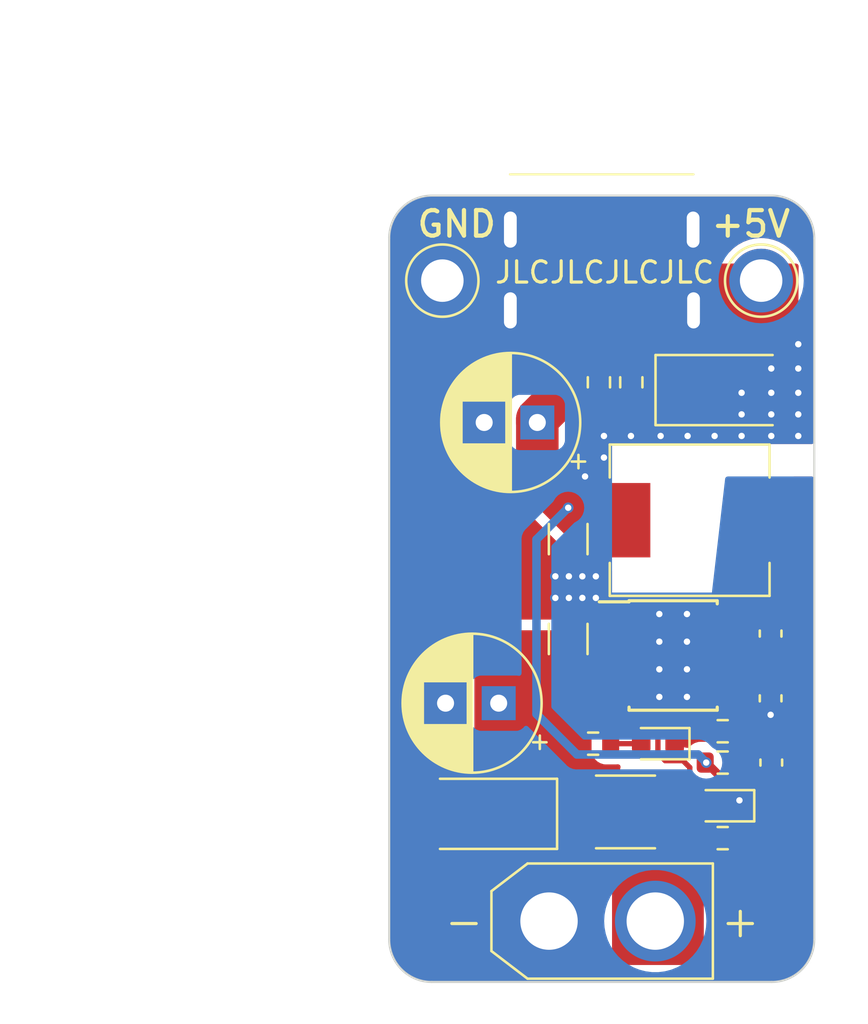
<source format=kicad_pcb>
(kicad_pcb (version 20221018) (generator pcbnew)
  (layers (0 "F.Cu" signal) (31 "B.Cu" signal) (34 "B.Paste" user) (35 "F.Paste" user) (36 "B.SilkS" user "B.Silkscreen") (37 "F.SilkS" user "F.Silkscreen") (38 "B.Mask" user) (39 "F.Mask" user) (44 "Edge.Cuts" user))
  (net 0 "")
  (net 1 "+5V")
  (net 2 "Net-(U1-FB)")
  (net 3 "Net-(U1-BOOT)")
  (net 4 "Net-(U1-SW)")
  (net 5 "Net-(U1-VCC)")
  (net 6 "GND")
  (net 7 "+24V")
  (net 8 "/PG")
  (net 9 "Net-(J1-Pin_2)")
  (net 10 "Net-(J2-CC1)")
  (net 11 "Net-(J2-CC2)")
  (net 12 "Net-(D4-A)")
  (footprint "Resistor_SMD:R_0603_1608Metric" (layer "F.Cu") (at 69.868 64.7845 -90)
    (fp_text reference "R5" hide)
    (fp_text value "10k")
    (pad "1" smd roundrect (at -0.825 0 270) (size 0.8 0.95) (layers "F.Cu" "F.Paste" "F.Mask") (net 11 "Net-(J2-CC2)"))
    (pad "2" smd roundrect (at 0.825 0 270) (size 0.8 0.95) (layers "F.Cu" "F.Paste" "F.Mask") (net 1 "+5V"))
  )
  (footprint "Connector_AMASS:AMASS_XT30U-M_1x02_P5.0mm_Vertical" (layer "F.Cu") (at 67.519738 90.13631)
    (fp_text reference "J1" hide)
    (fp_text value "Conn_01x02")
    (fp_text user "-" (at -4 0) (layer "F.SilkS") (effects (font (size 1.5 1.5))))
    (fp_text user "+" (at 9 0) (layer "F.SilkS") (effects (font (size 1.5 1.5))))
    (pad "1" thru_hole rect (at 0 0) (size 3.8 3.8) (drill 2.7) (layers "*.Cu" "*.Mask") (net 6 "GND"))
    (pad "2" thru_hole circle (at 5 0) (size 3.8 3.8) (drill 2.7) (layers "*.Cu" "*.Mask") (net 9 "Net-(J1-Pin_2)"))
  )
  (footprint "Capacitor_THT:CP_Radial_D6.3mm_P2.50mm" (layer "F.Cu") (at 65.151 79.883 180)
    (fp_text reference "C4" hide)
    (fp_text value "100uF 35V")
    (pad "1" thru_hole rect (at 0 0 180) (size 1.6 1.6) (drill 0.8) (layers "*.Cu" "*.Mask") (net 7 "+24V"))
    (pad "2" thru_hole circle (at 2.5 0 180) (size 1.6 1.6) (drill 0.8) (layers "*.Cu" "*.Mask") (net 6 "GND"))
  )
  (footprint "Capacitor_SMD:C_1206_3216Metric" (layer "F.Cu") (at 68.42206 76.861217 90)
    (fp_text reference "C6" hide)
    (fp_text value "22uF")
    (pad "1" smd roundrect (at -1.475 0 90) (size 1.15 1.8) (layers "F.Cu" "F.Paste" "F.Mask") (roundrect_rratio 0.217391) (net 7 "+24V"))
    (pad "2" smd roundrect (at 1.475 0 90) (size 1.15 1.8) (layers "F.Cu" "F.Paste" "F.Mask") (roundrect_rratio 0.217391) (net 6 "GND"))
  )
  (footprint "Diode_SMD:D_SMA" (layer "F.Cu") (at 76.041 65.151)
    (fp_text reference "D3" hide)
    (fp_text value "SMAJ5.0A")
    (pad "1" smd roundrect (at -2 0) (size 2.5 1.8) (layers "F.Cu" "F.Paste" "F.Mask") (roundrect_rratio 0.1388888889) (net 1 "+5V"))
    (pad "2" smd roundrect (at 2 0) (size 2.5 1.8) (layers "F.Cu" "F.Paste" "F.Mask") (roundrect_rratio 0.1388888889) (net 6 "GND"))
  )
  (footprint "Fuse:Fuse_1812_4532Metric" (layer "F.Cu") (at 71.12 85)
    (fp_text reference "F1" hide)
    (fp_text value "Fuse 1.5A")
    (pad "1" smd roundrect (at -2.1375 0) (size 1.125 3.4) (layers "F.Cu" "F.Paste" "F.Mask") (roundrect_rratio 0.222222) (net 7 "+24V"))
    (pad "2" smd roundrect (at 2.1375 0) (size 1.125 3.4) (layers "F.Cu" "F.Paste" "F.Mask") (roundrect_rratio 0.222222) (net 9 "Net-(J1-Pin_2)"))
  )
  (footprint "Resistor_SMD:R_0603_1608Metric" (layer "F.Cu") (at 75.692 81.203276 180)
    (fp_text reference "R2" hide)
    (fp_text value "24.9k")
    (pad "1" smd roundrect (at -0.825 0 180) (size 0.8 0.95) (layers "F.Cu" "F.Paste" "F.Mask") (net 2 "Net-(U1-FB)"))
    (pad "2" smd roundrect (at 0.825 0 180) (size 0.8 0.95) (layers "F.Cu" "F.Paste" "F.Mask") (net 6 "GND"))
  )
  (footprint "Capacitor_SMD:C_0603_1608Metric" (layer "F.Cu") (at 77.94706 76.607217 90)
    (fp_text reference "C2" hide)
    (fp_text value "100nF")
    (pad "1" smd roundrect (at -0.775 0 90) (size 0.9 0.95) (layers "F.Cu" "F.Paste" "F.Mask") (net 3 "Net-(U1-BOOT)"))
    (pad "2" smd roundrect (at 0.775 0 90) (size 0.9 0.95) (layers "F.Cu" "F.Paste" "F.Mask") (net 4 "Net-(U1-SW)"))
  )
  (footprint "Resistor_SMD:R_0603_1608Metric" (layer "F.Cu") (at 75.692 86.233)
    (fp_text reference "R3" hide)
    (fp_text value "68k")
    (pad "1" smd roundrect (at -0.825 0) (size 0.8 0.95) (layers "F.Cu" "F.Paste" "F.Mask") (net 8 "/PG"))
    (pad "2" smd roundrect (at 0.825 0) (size 0.8 0.95) (layers "F.Cu" "F.Paste" "F.Mask") (net 5 "Net-(U1-VCC)"))
  )
  (footprint "Resistor_SMD:R_0603_1608Metric" (layer "F.Cu") (at 69.596 81.788)
    (fp_text reference "R6" hide)
    (fp_text value "100k")
    (pad "1" smd roundrect (at -0.825 0) (size 0.8 0.95) (layers "F.Cu" "F.Paste" "F.Mask") (net 7 "+24V"))
    (pad "2" smd roundrect (at 0.825 0) (size 0.8 0.95) (layers "F.Cu" "F.Paste" "F.Mask") (net 12 "Net-(D4-A)"))
  )
  (footprint "TestPoint:TestPoint_Plated_Hole_D2.0mm" (layer "F.Cu") (at 62.5 60 180)
    (fp_text reference "TP2" hide)
    (fp_text value "Output GND")
    (pad "1" thru_hole circle (at 0 0 180) (size 3 3) (drill 2) (layers "*.Cu" "*.Mask") (net 6 "GND"))
  )
  (footprint "TestPoint:TestPoint_Plated_Hole_D2.0mm" (layer "F.Cu") (at 77.5 60 180)
    (fp_text reference "TP1" hide)
    (fp_text value "Output +5V")
    (pad "1" thru_hole circle (at 0 0 180) (size 3 3) (drill 2) (layers "*.Cu" "*.Mask") (net 1 "+5V"))
  )
  (footprint "Resistor_SMD:R_0603_1608Metric" (layer "F.Cu") (at 75.692 82.677)
    (fp_text reference "R1" hide)
    (fp_text value "100k")
    (pad "1" smd roundrect (at -0.825 0) (size 0.8 0.95) (layers "F.Cu" "F.Paste" "F.Mask") (net 1 "+5V"))
    (pad "2" smd roundrect (at 0.825 0) (size 0.8 0.95) (layers "F.Cu" "F.Paste" "F.Mask") (net 2 "Net-(U1-FB)"))
  )
  (footprint "Diode_SMD:D_SMA" (layer "F.Cu") (at 64.389 85.09 180)
    (fp_text reference "D2" hide)
    (fp_text value "SMAJ28A")
    (pad "1" smd roundrect (at -2 0 180) (size 2.5 1.8) (layers "F.Cu" "F.Paste" "F.Mask") (roundrect_rratio 0.1388888889) (net 7 "+24V"))
    (pad "2" smd roundrect (at 2 0 180) (size 2.5 1.8) (layers "F.Cu" "F.Paste" "F.Mask") (roundrect_rratio 0.1388888889) (net 6 "GND"))
  )
  (footprint "Capacitor_THT:CP_Radial_D6.3mm_P2.50mm" (layer "F.Cu") (at 66.96838 66.675 180)
    (fp_text reference "C5" hide)
    (fp_text value "100uF 35V")
    (pad "1" thru_hole rect (at 0 0 180) (size 1.6 1.6) (drill 0.8) (layers "*.Cu" "*.Mask") (net 1 "+5V"))
    (pad "2" thru_hole circle (at 2.5 0 180) (size 1.6 1.6) (drill 0.8) (layers "*.Cu" "*.Mask") (net 6 "GND"))
  )
  (footprint "TYPE-C-31-M-17:TYPEC31M17" (layer "F.Cu") (at 70 55 180)
    (fp_text reference "J2" hide)
    (fp_text value "USB_C_Receptacle_PowerOnly_6P")
    (pad "A5" smd rect (at -0.5 -6.95 270) (size 2 0.7) (layers "F.Cu" "F.Paste" "F.Mask") (net 10 "Net-(J2-CC1)"))
    (pad "A9" smd rect (at 1.52 -6.95 270) (size 2 0.76) (layers "F.Cu" "F.Paste" "F.Mask") (net 1 "+5V"))
    (pad "A12" smd rect (at 2.75 -6.95 270) (size 2 0.8) (layers "F.Cu" "F.Paste" "F.Mask") (net 6 "GND"))
    (pad "B5" smd rect (at 0.5 -6.95 270) (size 2 0.7) (layers "F.Cu" "F.Paste" "F.Mask") (net 11 "Net-(J2-CC2)"))
    (pad "B9" smd rect (at -1.52 -6.95 270) (size 2 0.76) (layers "F.Cu" "F.Paste" "F.Mask") (net 1 "+5V"))
    (pad "B12" smd rect (at -2.75 -6.95 270) (size 2 0.8) (layers "F.Cu" "F.Paste" "F.Mask") (net 6 "GND"))
    (pad "S1" thru_hole oval (at -4.32 -6.4 180) (size 1 2.1) (drill oval 0.6 1.7) (layers "*.Cu" "*.Mask") (net 6 "GND"))
    (pad "S1" thru_hole oval (at -4.3 -2.6 180) (size 1 2.1) (drill oval 0.6 1.7) (layers "*.Cu" "*.Mask") (net 6 "GND"))
    (pad "S1" thru_hole oval (at 4.3 -6.4 180) (size 1 2.1) (drill oval 0.6 1.7) (layers "*.Cu" "*.Mask") (net 6 "GND"))
    (pad "S1" thru_hole oval (at 4.3 -2.6 180) (size 1 2.1) (drill oval 0.6 1.7) (layers "*.Cu" "*.Mask") (net 6 "GND"))
  )
  (footprint "LED_SMD:LED_0603_1608Metric" (layer "F.Cu") (at 75.692 84.709 180)
    (fp_text reference "D1" hide)
    (fp_text value "LED_PowerGood")
    (pad "1" smd roundrect (at -0.7875 0 180) (size 0.875 0.95) (layers "F.Cu" "F.Paste" "F.Mask") (net 6 "GND"))
    (pad "2" smd roundrect (at 0.7875 0 180) (size 0.875 0.95) (layers "F.Cu" "F.Paste" "F.Mask") (net 8 "/PG"))
  )
  (footprint "Package_SO:Texas_HSOP-8-1EP_3.9x4.9mm_P1.27mm_ThermalVias" (layer "F.Cu") (at 73.36006 77.638217)
    (fp_text reference "U1" hide)
    (fp_text value "LMR33640ADDA")
    (pad "1" smd rect (at -2.7 -1.905) (size 1.55 0.6) (layers "F.Cu" "F.Paste" "F.Mask") (net 6 "GND"))
    (pad "2" smd rect (at -2.7 -0.635) (size 1.55 0.6) (layers "F.Cu" "F.Paste" "F.Mask") (net 7 "+24V"))
    (pad "3" smd rect (at -2.7 0.635) (size 1.55 0.6) (layers "F.Cu" "F.Paste" "F.Mask") (net 7 "+24V"))
    (pad "4" smd rect (at -2.7 1.905) (size 1.55 0.6) (layers "F.Cu" "F.Paste" "F.Mask") (net 8 "/PG"))
    (pad "5" smd rect (at 2.7 1.905) (size 1.55 0.6) (layers "F.Cu" "F.Paste" "F.Mask") (net 2 "Net-(U1-FB)"))
    (pad "6" smd rect (at 2.7 0.635) (size 1.55 0.6) (layers "F.Cu" "F.Paste" "F.Mask") (net 5 "Net-(U1-VCC)"))
    (pad "7" smd rect (at 2.7 -0.635) (size 1.55 0.6) (layers "F.Cu" "F.Paste" "F.Mask") (net 3 "Net-(U1-BOOT)"))
    (pad "8" smd rect (at 2.7 -1.905) (size 1.55 0.6) (layers "F.Cu" "F.Paste" "F.Mask") (net 4 "Net-(U1-SW)"))
    (pad "9" thru_hole circle (at -0.65 -1.95) (size 0.6 0.6) (drill 0.3) (layers "*.Cu") (net 6 "GND"))
    (pad "9" thru_hole circle (at -0.65 -0.65) (size 0.6 0.6) (drill 0.3) (layers "*.Cu") (net 6 "GND"))
    (pad "9" thru_hole circle (at -0.65 0.65) (size 0.6 0.6) (drill 0.3) (layers "*.Cu") (net 6 "GND"))
    (pad "9" thru_hole circle (at -0.65 1.95) (size 0.6 0.6) (drill 0.3) (layers "*.Cu") (net 6 "GND"))
    (pad "9" smd rect (at 0 0) (size 2.95 4.9) (layers "F.Cu") (net 6 "GND"))
    (pad "9" smd rect (at 0 0) (size 2.95 4.9) (layers "B.Cu") (net 6 "GND"))
    (pad "9" thru_hole circle (at 0.65 -1.95) (size 0.6 0.6) (drill 0.3) (layers "*.Cu") (net 6 "GND"))
    (pad "9" thru_hole circle (at 0.65 -0.65) (size 0.6 0.6) (drill 0.3) (layers "*.Cu") (net 6 "GND"))
    (pad "9" thru_hole circle (at 0.65 0.65) (size 0.6 0.6) (drill 0.3) (layers "*.Cu") (net 6 "GND"))
    (pad "9" thru_hole circle (at 0.65 1.95) (size 0.6 0.6) (drill 0.3) (layers "*.Cu") (net 6 "GND"))
  )
  (footprint "Capacitor_SMD:C_1206_3216Metric" (layer "F.Cu") (at 68.42206 72.162217 -90)
    (fp_text reference "C7" hide)
    (fp_text value "22uF")
    (pad "1" smd roundrect (at -1.475 0 270) (size 1.15 1.8) (layers "F.Cu" "F.Paste" "F.Mask") (roundrect_rratio 0.217391) (net 1 "+5V"))
    (pad "2" smd roundrect (at 1.475 0 270) (size 1.15 1.8) (layers "F.Cu" "F.Paste" "F.Mask") (roundrect_rratio 0.217391) (net 6 "GND"))
  )
  (footprint "Inductor_SMD:L_Sunlord_MWSA0603S" (layer "F.Cu") (at 74.13706 71.273217 180)
    (fp_text reference "L1" hide)
    (fp_text value "6.8uH 6A")
    (pad "1" smd rect (at -3.025 0 180) (size 2.35 3.5) (layers "F.Cu" "F.Paste" "F.Mask") (net 4 "Net-(U1-SW)"))
    (pad "2" smd rect (at 3.025 0 180) (size 2.35 3.5) (layers "F.Cu" "F.Paste" "F.Mask") (net 1 "+5V"))
  )
  (footprint "Capacitor_SMD:C_0603_1608Metric" (layer "F.Cu") (at 77.978 82.677 90)
    (fp_text reference "C1" hide)
    (fp_text value "Cff")
    (pad "1" smd roundrect (at -0.775 0 90) (size 0.9 0.95) (layers "F.Cu" "F.Paste" "F.Mask") (net 1 "+5V"))
    (pad "2" smd roundrect (at 0.775 0 90) (size 0.9 0.95) (layers "F.Cu" "F.Paste" "F.Mask") (net 2 "Net-(U1-FB)"))
  )
  (footprint "Resistor_SMD:R_0603_1608Metric" (layer "F.Cu") (at 71.392 64.7845 -90)
    (fp_text reference "R4" hide)
    (fp_text value "10k")
    (pad "1" smd roundrect (at -0.825 0 270) (size 0.8 0.95) (layers "F.Cu" "F.Paste" "F.Mask") (net 10 "Net-(J2-CC1)"))
    (pad "2" smd roundrect (at 0.825 0 270) (size 0.8 0.95) (layers "F.Cu" "F.Paste" "F.Mask") (net 1 "+5V"))
  )
  (footprint "Capacitor_SMD:C_0603_1608Metric" (layer "F.Cu") (at 77.94706 79.655217 -90)
    (fp_text reference "C3" hide)
    (fp_text value "1uF")
    (pad "1" smd roundrect (at -0.775 0 270) (size 0.9 0.95) (layers "F.Cu" "F.Paste" "F.Mask") (net 5 "Net-(U1-VCC)"))
    (pad "2" smd roundrect (at 0.775 0 270) (size 0.9 0.95) (layers "F.Cu" "F.Paste" "F.Mask") (net 6 "GND"))
  )
  (footprint "LED_SMD:LED_0603_1608Metric" (layer "F.Cu") (at 72.644 81.788 180)
    (fp_text reference "D4" hide)
    (fp_text value "LED")
    (pad "1" smd roundrect (at -0.7875 0 180) (size 0.875 0.95) (layers "F.Cu" "F.Paste" "F.Mask") (net 6 "GND"))
    (pad "2" smd roundrect (at 0.7875 0 180) (size 0.875 0.95) (layers "F.Cu" "F.Paste" "F.Mask") (net 12 "Net-(D4-A)"))
  )
  (gr_line (start 78 93) (end 62 93) (stroke (width 0.1)) (layer "Edge.Cuts"))
  (gr_arc (start 60 58) (mid 60.585786 56.585786) (end 62 56) (stroke (width 0.1)) (layer "Edge.Cuts"))
  (gr_line (start 60 91) (end 60 58) (stroke (width 0.1)) (layer "Edge.Cuts"))
  (gr_arc (start 80 91) (mid 79.414214 92.414214) (end 78 93) (stroke (width 0.1)) (layer "Edge.Cuts"))
  (gr_arc (start 62 93) (mid 60.585786 92.414214) (end 60 91) (stroke (width 0.1)) (layer "Edge.Cuts"))
  (gr_line (start 62 56) (end 78 56) (stroke (width 0.1)) (layer "Edge.Cuts"))
  (gr_line (start 80 58) (end 80 91) (stroke (width 0.1)) (layer "Edge.Cuts"))
  (gr_arc (start 78 56) (mid 79.414214 56.585786) (end 80 58) (stroke (width 0.1)) (layer "Edge.Cuts"))
  (gr_text "GND" (at 61.214 58.039) (layer "F.SilkS") (effects (font (size 1.2 1.2) (thickness 0.2) bold) (justify left bottom)))
  (gr_text "+5V" (at 75.057 58.039) (layer "F.SilkS") (effects (font (size 1.2 1.2) (thickness 0.2) bold) (justify left bottom)))
  (gr_text "JLCJLCJLCJLC" (at 64.897 60.198) (layer "F.SilkS") (effects (font (size 1 1)) (justify left bottom)))
  (segment (start 77.978 83.502) (end 77.928 83.552) (width 0.4) (layer "F.Cu") (net 1))
  (segment (start 77.928 83.552) (end 75.792 83.552) (width 0.4) (layer "F.Cu") (net 1))
  (segment (start 66.96838 69.233537) (end 68.42206 70.687217) (width 2) (layer "F.Cu") (net 1))
  (segment (start 75.792 83.552) (end 74.917 82.677) (width 0.4) (layer "F.Cu") (net 1))
  (segment (start 71.11206 71.273217) (end 69.00806 71.273217) (width 2) (layer "F.Cu") (net 1))
  (segment (start 66.96838 66.675) (end 66.96838 66.50862) (width 2) (layer "F.Cu") (net 1))
  (segment (start 67.8675 65.6095) (end 69.868 65.6095) (width 2) (layer "F.Cu") (net 1))
  (segment (start 68.465 61.9155) (end 68.465 64.2065) (width 0.2) (layer "F.Cu") (net 1))
  (segment (start 69.00806 71.273217) (end 68.42206 70.687217) (width 2) (layer "F.Cu") (net 1))
  (segment (start 68.465 64.2065) (end 69.868 65.6095) (width 0.2) (layer "F.Cu") (net 1))
  (segment (start 66.96838 66.50862) (end 67.8675 65.6095) (width 2) (layer "F.Cu") (net 1))
  (segment (start 66.96838 66.675) (end 66.96838 69.233537) (width 2) (layer "F.Cu") (net 1))
  (via (at 68.42206 70.687217) (size 0.5) (drill 0.3) (layers "F.Cu" "B.Cu") (net 1))
  (via (at 74.917 82.677) (size 0.5) (drill 0.3) (layers "F.Cu" "B.Cu") (net 1))
  (segment (start 66.929 72.180277) (end 66.929 80.391) (width 0.4) (layer "B.Cu") (net 1))
  (segment (start 74.536 82.296) (end 74.917 82.677) (width 0.4) (layer "B.Cu") (net 1))
  (segment (start 66.929 80.391) (end 68.834 82.296) (width 0.4) (layer "B.Cu") (net 1))
  (segment (start 68.42206 70.687217) (end 66.929 72.180277) (width 0.4) (layer "B.Cu") (net 1))
  (segment (start 68.834 82.296) (end 74.536 82.296) (width 0.4) (layer "B.Cu") (net 1))
  (segment (start 76.06006 79.543217) (end 76.06006 80.746336) (width 0.4) (layer "F.Cu") (net 2))
  (segment (start 77.165724 81.852) (end 76.517 81.203276) (width 0.4) (layer "F.Cu") (net 2))
  (segment (start 76.517 81.203276) (end 76.517 82.627) (width 0.4) (layer "F.Cu") (net 2))
  (segment (start 76.517 82.627) (end 76.467 82.677) (width 0.4) (layer "F.Cu") (net 2))
  (segment (start 76.06006 80.746336) (end 76.517 81.203276) (width 0.4) (layer "F.Cu") (net 2))
  (segment (start 77.978 81.852) (end 77.165724 81.852) (width 0.4) (layer "F.Cu") (net 2))
  (segment (start 77.56806 77.003217) (end 77.94706 77.382217) (width 0.5) (layer "F.Cu") (net 3))
  (segment (start 76.06006 77.003217) (end 77.56806 77.003217) (width 0.5) (layer "F.Cu") (net 3))
  (segment (start 79.121 80.054157) (end 77.94706 78.880217) (width 0.25) (layer "F.Cu") (net 5))
  (segment (start 79.121 83.947) (end 79.121 80.054157) (width 0.25) (layer "F.Cu") (net 5))
  (segment (start 76.06006 78.273217) (end 77.34006 78.273217) (width 0.5) (layer "F.Cu") (net 5))
  (segment (start 76.835 86.233) (end 79.121 83.947) (width 0.25) (layer "F.Cu") (net 5))
  (segment (start 77.34006 78.273217) (end 77.94706 78.880217) (width 0.5) (layer "F.Cu") (net 5))
  (segment (start 76.517 86.233) (end 76.835 86.233) (width 0.25) (layer "F.Cu") (net 5))
  (segment (start 72.75 61.95) (end 72.75 59.923) (width 0.8) (layer "F.Cu") (net 6))
  (segment (start 71.501 58.674) (end 68.453 58.674) (width 0.8) (layer "F.Cu") (net 6))
  (segment (start 67.25 59.877) (end 67.25 61.95) (width 0.8) (layer "F.Cu") (net 6))
  (segment (start 72.75 59.923) (end 71.501 58.674) (width 0.8) (layer "F.Cu") (net 6))
  (segment (start 68.453 58.674) (end 67.25 59.877) (width 0.8) (layer "F.Cu") (net 6))
  (via (at 68.453 74.93) (size 0.5) (drill 0.3) (layers "F.Cu" "B.Cu") (net 6))
  (via (at 75.311 67.31) (size 0.5) (drill 0.3) (layers "F.Cu" "B.Cu") (net 6))
  (via (at 69.215 69.215) (size 0.5) (drill 0.3) (layers "F.Cu" "B.Cu") (net 6))
  (via (at 67.818 73.914) (size 0.5) (drill 0.3) (layers "F.Cu" "B.Cu") (net 6))
  (via (at 69.088 74.93) (size 0.5) (drill 0.3) (layers "F.Cu" "B.Cu") (net 6))
  (via (at 77.978 64.135) (size 0.5) (drill 0.3) (layers "F.Cu" "B.Cu") (net 6))
  (via (at 70.104 67.31) (size 0.5) (drill 0.3) (layers "F.Cu" "B.Cu") (net 6))
  (via (at 76.581 66.294) (size 0.5) (drill 0.3) (layers "F.Cu" "B.Cu") (net 6))
  (via (at 77.978 65.278) (size 0.5) (drill 0.3) (layers "F.Cu" "B.Cu") (net 6))
  (via (at 77.978 66.294) (size 0.5) (drill 0.3) (layers "F.Cu" "B.Cu") (net 6))
  (via (at 76.581 65.278) (size 0.5) (drill 0.3) (layers "F.Cu" "B.Cu") (net 6))
  (via (at 77.978 67.31) (size 0.5) (drill 0.3) (layers "F.Cu" "B.Cu") (net 6))
  (via (at 69.723 74.93) (size 0.5) (drill 0.3) (layers "F.Cu" "B.Cu") (net 6))
  (via (at 67.818 74.93) (size 0.5) (drill 0.3) (layers "F.Cu" "B.Cu") (net 6))
  (via (at 79.248 67.31) (size 0.5) (drill 0.3) (layers "F.Cu" "B.Cu") (net 6))
  (via (at 74.041 67.31) (size 0.5) (drill 0.3) (layers "F.Cu" "B.Cu") (net 6))
  (via (at 77.94706 80.430217) (size 0.5) (drill 0.3) (layers "F.Cu" "B.Cu") (net 6))
  (via (at 68.453 73.914) (size 0.5) (drill 0.3) (layers "F.Cu" "B.Cu") (net 6))
  (via (at 79.248 66.294) (size 0.5) (drill 0.3) (layers "F.Cu" "B.Cu") (net 6))
  (via (at 79.248 62.992) (size 0.5) (drill 0.3) (layers "F.Cu" "B.Cu") (net 6))
  (via (at 76.4795 84.455) (size 0.5) (drill 0.3) (layers "F.Cu" "B.Cu") (net 6))
  (via (at 69.088 73.914) (size 0.5) (drill 0.3) (layers "F.Cu" "B.Cu") (net 6))
  (via (at 69.723 73.914) (size 0.5) (drill 0.3) (layers "F.Cu" "B.Cu") (net 6))
  (via (at 72.771 67.31) (size 0.5) (drill 0.3) (layers "F.Cu" "B.Cu") (net 6))
  (via (at 76.581 67.31) (size 0.5) (drill 0.3) (layers "F.Cu" "B.Cu") (net 6))
  (via (at 79.248 64.135) (size 0.5) (drill 0.3) (layers "F.Cu" "B.Cu") (net 6))
  (via (at 70.104 68.326) (size 0.5) (drill 0.3) (layers "F.Cu" "B.Cu") (net 6))
  (via (at 71.374 67.31) (size 0.5) (drill 0.3) (layers "F.Cu" "B.Cu") (net 6))
  (via (at 79.248 65.278) (size 0.5) (drill 0.3) (layers "F.Cu" "B.Cu") (net 6))
  (segment (start 70.66006 79.55006) (end 71.882 80.772) (width 0.25) (layer "F.Cu") (net 8))
  (segment (start 72.644 81.28) (end 72.644 82.244479) (width 0.25) (layer "F.Cu") (net 8))
  (segment (start 72.987521 82.588) (end 73.825 82.588) (width 0.25) (layer "F.Cu") (net 8))
  (segment (start 70.66006 79.543217) (end 70.66006 79.55006) (width 0.25) (layer "F.Cu") (net 8))
  (segment (start 72.136 80.772) (end 72.644 81.28) (width 0.25) (layer "F.Cu") (net 8))
  (segment (start 73.825 82.588) (end 74.142 82.905) (width 0.25) (layer "F.Cu") (net 8))
  (segment (start 74.9045 85.6875) (end 74.867 85.725) (width 0.25) (layer "F.Cu") (net 8))
  (segment (start 74.142 82.905) (end 74.142 83.308827) (width 0.25) (layer "F.Cu") (net 8))
  (segment (start 72.644 82.244479) (end 72.987521 82.588) (width 0.25) (layer "F.Cu") (net 8))
  (segment (start 74.9045 84.071327) (end 74.9045 85.6875) (width 0.25) (layer "F.Cu") (net 8))
  (segment (start 74.142 83.308827) (end 74.9045 84.071327) (width 0.25) (layer "F.Cu") (net 8))
  (segment (start 71.882 80.772) (end 72.136 80.772) (width 0.25) (layer "F.Cu") (net 8))
  (segment (start 70.485 63.0525) (end 70.485 61.9155) (width 0.2) (layer "F.Cu") (net 10))
  (segment (start 71.392 63.9595) (end 70.485 63.0525) (width 0.2) (layer "F.Cu") (net 10))
  (segment (start 69.485 63.5765) (end 69.485 61.9155) (width 0.2) (layer "F.Cu") (net 11))
  (segment (start 69.868 63.9595) (end 69.485 63.5765) (width 0.2) (layer "F.Cu") (net 11))
  (segment (start 71.8565 81.788) (end 70.421 81.788) (width 0.25) (layer "F.Cu") (net 12))
  (zone (net 9) (net_name "Net-(J1-Pin_2)") (layer "F.Cu") (priority 4) (connect_pads yes (clearance 0.5)) (min_thickness 0.25) (fill yes (thermal_gap 0.5) (thermal_bridge_width 0.5))
    (polygon (pts (xy 72.771 83.312) (xy 70.485 87.249) (xy 70.485 92.202) (xy 74.803 92.202) (xy 74.803 83.185)))
  )
  (zone (net 4) (net_name "Net-(U1-SW)") (layer "F.Cu") (priority 6) (connect_pads yes (clearance 0.25)) (min_thickness 0.25) (fill yes (thermal_gap 0.5) (thermal_bridge_width 0.5))
    (polygon (pts (xy 78.486 69.469) (xy 78.486 76.2) (xy 75.184 76.2) (xy 75.946 69.469)))
  )
  (zone (net 7) (net_name "+24V") (layer "F.Cu") (priority 4) (connect_pads yes (clearance 0.5)) (min_thickness 0.25) (fill yes (thermal_gap 0.5) (thermal_bridge_width 0.5))
    (polygon (pts (xy 71.628 76.454) (xy 64.008 76.454) (xy 64.008 86.614) (xy 70.104 86.614) (xy 71.628 79.375)))
  )
  (zone (net 1) (net_name "+5V") (layer "F.Cu") (priority 5) (connect_pads yes (clearance 0.25)) (min_thickness 0.25) (fill yes (thermal_gap 0.5) (thermal_bridge_width 0.5))
    (polygon (pts (xy 74.295 66.5625) (xy 68.09 66.5625) (xy 68.09 59.1965) (xy 79.266 59.1965) (xy 79.248 62.357)))
  )
  (zone (net 6) (net_name "GND") (layer "F.Cu") (priority 8) (connect_pads yes (clearance 0.25)) (min_thickness 0.25) (fill yes (thermal_gap 0.5) (thermal_bridge_width 0.5))
    (polygon (pts (xy 74.549 56.642) (xy 72.39 56.642) (xy 72.39 62.992) (xy 74.549 62.992)))
  )
  (zone (net 0) (net_name "") (layers "F&B.Cu") (name "Inductor") (connect_pads (clearance 0)) (min_thickness 0.25)
    (keepout (tracks allowed) (vias allowed) (pads allowed) (copperpour not_allowed) (footprints allowed))
    (fill (thermal_gap 0.5) (thermal_bridge_width 0.5))
    (polygon (pts (xy 70.485 67.691) (xy 70.485 74.676) (xy 75.184 74.676) (xy 75.819 69.215) (xy 79.883 69.215) (xy 79.883 67.691)))
  )
  (zone (net 6) (net_name "GND") (layers "F&B.Cu") (priority 1) (connect_pads yes (clearance 0.5)) (min_thickness 0.25) (fill yes (thermal_gap 0.5) (thermal_bridge_width 0.5))
    (polygon (pts (xy 57 54) (xy 82 54) (xy 82 93) (xy 57 93)))
  )
)
</source>
